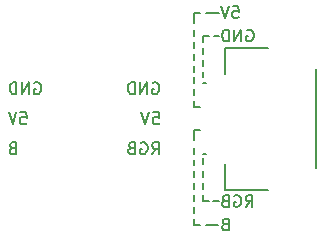
<source format=gbr>
G04 #@! TF.GenerationSoftware,KiCad,Pcbnew,(5.1.9)-1*
G04 #@! TF.CreationDate,2021-11-24T11:51:20+08:00*
G04 #@! TF.ProjectId,RGB-ring,5247422d-7269-46e6-972e-6b696361645f,rev?*
G04 #@! TF.SameCoordinates,Original*
G04 #@! TF.FileFunction,Legend,Bot*
G04 #@! TF.FilePolarity,Positive*
%FSLAX46Y46*%
G04 Gerber Fmt 4.6, Leading zero omitted, Abs format (unit mm)*
G04 Created by KiCad (PCBNEW (5.1.9)-1) date 2021-11-24 11:51:20*
%MOMM*%
%LPD*%
G01*
G04 APERTURE LIST*
%ADD10C,0.150000*%
G04 APERTURE END LIST*
D10*
X113300000Y-101950000D02*
X112300000Y-101950000D01*
X111300000Y-94800000D02*
X111300000Y-93950000D01*
X111300000Y-90500000D02*
X111300000Y-91000000D01*
X111300000Y-89500000D02*
X111300000Y-90000000D01*
X111300000Y-88500000D02*
X111300000Y-89000000D01*
X111300000Y-87500000D02*
X111300000Y-88000000D01*
X111300000Y-86500000D02*
X111300000Y-87000000D01*
X111300000Y-85500000D02*
X111300000Y-86000000D01*
X113350000Y-84000000D02*
X112300000Y-84000000D01*
X111800000Y-84000000D02*
X111300000Y-84000000D01*
X111300000Y-84000000D02*
X111300000Y-84850000D01*
X111300000Y-91500000D02*
X111300000Y-92000000D01*
X111300000Y-92000000D02*
X111800000Y-92000000D01*
X113000000Y-86000000D02*
X113350000Y-86000000D01*
X112000000Y-86000000D02*
X112500000Y-86000000D01*
X112000000Y-86500000D02*
X112000000Y-86000000D01*
X112000000Y-87500000D02*
X112000000Y-87000000D01*
X112000000Y-88500000D02*
X112000000Y-88000000D01*
X112000000Y-89500000D02*
X112000000Y-89000000D01*
X112000000Y-90000000D02*
X112300000Y-90000000D01*
X111800000Y-93950000D02*
X111300000Y-93950000D01*
X111300000Y-95450000D02*
X111300000Y-95950000D01*
X111300000Y-96450000D02*
X111300000Y-96950000D01*
X111300000Y-97450000D02*
X111300000Y-97950000D01*
X111300000Y-98450000D02*
X111300000Y-98950000D01*
X111300000Y-99450000D02*
X111300000Y-99950000D01*
X111300000Y-100450000D02*
X111300000Y-100950000D01*
X111300000Y-101450000D02*
X111300000Y-101950000D01*
X111300000Y-101950000D02*
X111800000Y-101950000D01*
X112300000Y-96000000D02*
X112000000Y-96000000D01*
X112000000Y-96300000D02*
X112000000Y-96800000D01*
X112000000Y-99950000D02*
X112500000Y-99950000D01*
X112900000Y-99950000D02*
X113400000Y-99950000D01*
X112000000Y-99950000D02*
X112000000Y-99450000D01*
X112000000Y-98950000D02*
X112000000Y-98450000D01*
X112000000Y-97900000D02*
X112000000Y-97400000D01*
X107714286Y-95992380D02*
X108047619Y-95516190D01*
X108285714Y-95992380D02*
X108285714Y-94992380D01*
X107904762Y-94992380D01*
X107809524Y-95040000D01*
X107761905Y-95087619D01*
X107714286Y-95182857D01*
X107714286Y-95325714D01*
X107761905Y-95420952D01*
X107809524Y-95468571D01*
X107904762Y-95516190D01*
X108285714Y-95516190D01*
X106761905Y-95040000D02*
X106857143Y-94992380D01*
X107000000Y-94992380D01*
X107142857Y-95040000D01*
X107238095Y-95135238D01*
X107285714Y-95230476D01*
X107333333Y-95420952D01*
X107333333Y-95563809D01*
X107285714Y-95754285D01*
X107238095Y-95849523D01*
X107142857Y-95944761D01*
X107000000Y-95992380D01*
X106904762Y-95992380D01*
X106761905Y-95944761D01*
X106714286Y-95897142D01*
X106714286Y-95563809D01*
X106904762Y-95563809D01*
X105952381Y-95468571D02*
X105809524Y-95516190D01*
X105761905Y-95563809D01*
X105714286Y-95659047D01*
X105714286Y-95801904D01*
X105761905Y-95897142D01*
X105809524Y-95944761D01*
X105904762Y-95992380D01*
X106285714Y-95992380D01*
X106285714Y-94992380D01*
X105952381Y-94992380D01*
X105857143Y-95040000D01*
X105809524Y-95087619D01*
X105761905Y-95182857D01*
X105761905Y-95278095D01*
X105809524Y-95373333D01*
X105857143Y-95420952D01*
X105952381Y-95468571D01*
X106285714Y-95468571D01*
X95904762Y-95468571D02*
X95761905Y-95516190D01*
X95714286Y-95563809D01*
X95666667Y-95659047D01*
X95666667Y-95801904D01*
X95714286Y-95897142D01*
X95761905Y-95944761D01*
X95857143Y-95992380D01*
X96238095Y-95992380D01*
X96238095Y-94992380D01*
X95904762Y-94992380D01*
X95809524Y-95040000D01*
X95761905Y-95087619D01*
X95714286Y-95182857D01*
X95714286Y-95278095D01*
X95761905Y-95373333D01*
X95809524Y-95420952D01*
X95904762Y-95468571D01*
X96238095Y-95468571D01*
X107809524Y-92452380D02*
X108285714Y-92452380D01*
X108333333Y-92928571D01*
X108285714Y-92880952D01*
X108190476Y-92833333D01*
X107952381Y-92833333D01*
X107857143Y-92880952D01*
X107809524Y-92928571D01*
X107761905Y-93023809D01*
X107761905Y-93261904D01*
X107809524Y-93357142D01*
X107857143Y-93404761D01*
X107952381Y-93452380D01*
X108190476Y-93452380D01*
X108285714Y-93404761D01*
X108333333Y-93357142D01*
X107476190Y-92452380D02*
X107142857Y-93452380D01*
X106809524Y-92452380D01*
X107761904Y-89960000D02*
X107857142Y-89912380D01*
X108000000Y-89912380D01*
X108142857Y-89960000D01*
X108238095Y-90055238D01*
X108285714Y-90150476D01*
X108333333Y-90340952D01*
X108333333Y-90483809D01*
X108285714Y-90674285D01*
X108238095Y-90769523D01*
X108142857Y-90864761D01*
X108000000Y-90912380D01*
X107904761Y-90912380D01*
X107761904Y-90864761D01*
X107714285Y-90817142D01*
X107714285Y-90483809D01*
X107904761Y-90483809D01*
X107285714Y-90912380D02*
X107285714Y-89912380D01*
X106714285Y-90912380D01*
X106714285Y-89912380D01*
X106238095Y-90912380D02*
X106238095Y-89912380D01*
X106000000Y-89912380D01*
X105857142Y-89960000D01*
X105761904Y-90055238D01*
X105714285Y-90150476D01*
X105666666Y-90340952D01*
X105666666Y-90483809D01*
X105714285Y-90674285D01*
X105761904Y-90769523D01*
X105857142Y-90864761D01*
X106000000Y-90912380D01*
X106238095Y-90912380D01*
X115640476Y-100452380D02*
X115973809Y-99976190D01*
X116211904Y-100452380D02*
X116211904Y-99452380D01*
X115830952Y-99452380D01*
X115735714Y-99500000D01*
X115688095Y-99547619D01*
X115640476Y-99642857D01*
X115640476Y-99785714D01*
X115688095Y-99880952D01*
X115735714Y-99928571D01*
X115830952Y-99976190D01*
X116211904Y-99976190D01*
X114688095Y-99500000D02*
X114783333Y-99452380D01*
X114926190Y-99452380D01*
X115069047Y-99500000D01*
X115164285Y-99595238D01*
X115211904Y-99690476D01*
X115259523Y-99880952D01*
X115259523Y-100023809D01*
X115211904Y-100214285D01*
X115164285Y-100309523D01*
X115069047Y-100404761D01*
X114926190Y-100452380D01*
X114830952Y-100452380D01*
X114688095Y-100404761D01*
X114640476Y-100357142D01*
X114640476Y-100023809D01*
X114830952Y-100023809D01*
X113878571Y-99928571D02*
X113735714Y-99976190D01*
X113688095Y-100023809D01*
X113640476Y-100119047D01*
X113640476Y-100261904D01*
X113688095Y-100357142D01*
X113735714Y-100404761D01*
X113830952Y-100452380D01*
X114211904Y-100452380D01*
X114211904Y-99452380D01*
X113878571Y-99452380D01*
X113783333Y-99500000D01*
X113735714Y-99547619D01*
X113688095Y-99642857D01*
X113688095Y-99738095D01*
X113735714Y-99833333D01*
X113783333Y-99880952D01*
X113878571Y-99928571D01*
X114211904Y-99928571D01*
X113878571Y-101928571D02*
X113735714Y-101976190D01*
X113688095Y-102023809D01*
X113640476Y-102119047D01*
X113640476Y-102261904D01*
X113688095Y-102357142D01*
X113735714Y-102404761D01*
X113830952Y-102452380D01*
X114211904Y-102452380D01*
X114211904Y-101452380D01*
X113878571Y-101452380D01*
X113783333Y-101500000D01*
X113735714Y-101547619D01*
X113688095Y-101642857D01*
X113688095Y-101738095D01*
X113735714Y-101833333D01*
X113783333Y-101880952D01*
X113878571Y-101928571D01*
X114211904Y-101928571D01*
X115735713Y-85500000D02*
X115830951Y-85452380D01*
X115973809Y-85452380D01*
X116116666Y-85500000D01*
X116211904Y-85595238D01*
X116259523Y-85690476D01*
X116307142Y-85880952D01*
X116307142Y-86023809D01*
X116259523Y-86214285D01*
X116211904Y-86309523D01*
X116116666Y-86404761D01*
X115973809Y-86452380D01*
X115878570Y-86452380D01*
X115735713Y-86404761D01*
X115688094Y-86357142D01*
X115688094Y-86023809D01*
X115878570Y-86023809D01*
X115259523Y-86452380D02*
X115259523Y-85452380D01*
X114688094Y-86452380D01*
X114688094Y-85452380D01*
X114211904Y-86452380D02*
X114211904Y-85452380D01*
X113973809Y-85452380D01*
X113830951Y-85500000D01*
X113735713Y-85595238D01*
X113688094Y-85690476D01*
X113640475Y-85880952D01*
X113640475Y-86023809D01*
X113688094Y-86214285D01*
X113735713Y-86309523D01*
X113830951Y-86404761D01*
X113973809Y-86452380D01*
X114211904Y-86452380D01*
X114545238Y-83452380D02*
X115021428Y-83452380D01*
X115069047Y-83928571D01*
X115021428Y-83880952D01*
X114926190Y-83833333D01*
X114688095Y-83833333D01*
X114592857Y-83880952D01*
X114545238Y-83928571D01*
X114497619Y-84023809D01*
X114497619Y-84261904D01*
X114545238Y-84357142D01*
X114592857Y-84404761D01*
X114688095Y-84452380D01*
X114926190Y-84452380D01*
X115021428Y-84404761D01*
X115069047Y-84357142D01*
X114211904Y-83452380D02*
X113878571Y-84452380D01*
X113545238Y-83452380D01*
X96571429Y-92452380D02*
X97047619Y-92452380D01*
X97095238Y-92928571D01*
X97047619Y-92880952D01*
X96952381Y-92833333D01*
X96714286Y-92833333D01*
X96619048Y-92880952D01*
X96571429Y-92928571D01*
X96523810Y-93023809D01*
X96523810Y-93261904D01*
X96571429Y-93357142D01*
X96619048Y-93404761D01*
X96714286Y-93452380D01*
X96952381Y-93452380D01*
X97047619Y-93404761D01*
X97095238Y-93357142D01*
X96238095Y-92452380D02*
X95904762Y-93452380D01*
X95571429Y-92452380D01*
X97761904Y-89960000D02*
X97857142Y-89912380D01*
X98000000Y-89912380D01*
X98142857Y-89960000D01*
X98238095Y-90055238D01*
X98285714Y-90150476D01*
X98333333Y-90340952D01*
X98333333Y-90483809D01*
X98285714Y-90674285D01*
X98238095Y-90769523D01*
X98142857Y-90864761D01*
X98000000Y-90912380D01*
X97904761Y-90912380D01*
X97761904Y-90864761D01*
X97714285Y-90817142D01*
X97714285Y-90483809D01*
X97904761Y-90483809D01*
X97285714Y-90912380D02*
X97285714Y-89912380D01*
X96714285Y-90912380D01*
X96714285Y-89912380D01*
X96238095Y-90912380D02*
X96238095Y-89912380D01*
X96000000Y-89912380D01*
X95857142Y-89960000D01*
X95761904Y-90055238D01*
X95714285Y-90150476D01*
X95666666Y-90340952D01*
X95666666Y-90483809D01*
X95714285Y-90674285D01*
X95761904Y-90769523D01*
X95857142Y-90864761D01*
X96000000Y-90912380D01*
X96238095Y-90912380D01*
X121600000Y-97200000D02*
X121600000Y-88800000D01*
X113900000Y-99000000D02*
X113900000Y-96800000D01*
X117500000Y-99000000D02*
X113900000Y-99000000D01*
X113900000Y-87000000D02*
X113900000Y-89200000D01*
X117500000Y-87000000D02*
X113900000Y-87000000D01*
M02*

</source>
